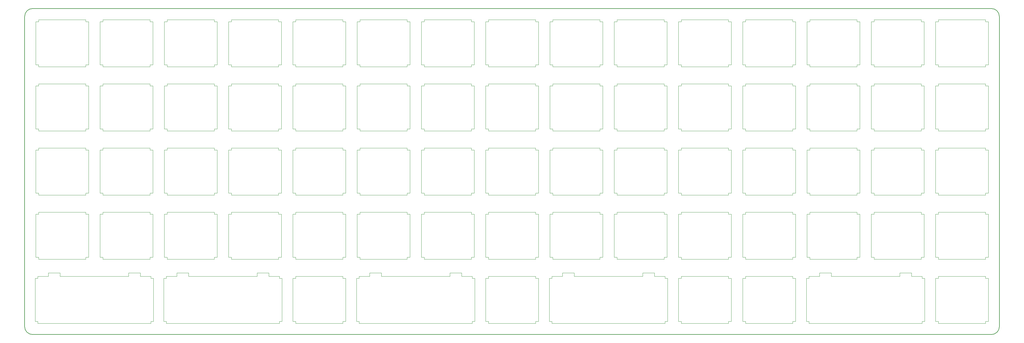
<source format=gm1>
G04 #@! TF.GenerationSoftware,KiCad,Pcbnew,(5.1.6)-1*
G04 #@! TF.CreationDate,2020-07-06T08:42:54-04:00*
G04 #@! TF.ProjectId,ki75rt_PlateSwitch,6b693735-7274-45f5-906c-617465537769,rev?*
G04 #@! TF.SameCoordinates,Original*
G04 #@! TF.FileFunction,Profile,NP*
%FSLAX46Y46*%
G04 Gerber Fmt 4.6, Leading zero omitted, Abs format (unit mm)*
G04 Created by KiCad (PCBNEW (5.1.6)-1) date 2020-07-06 08:42:54*
%MOMM*%
%LPD*%
G01*
G04 APERTURE LIST*
G04 #@! TA.AperFunction,Profile*
%ADD10C,0.150000*%
G04 #@! TD*
G04 #@! TA.AperFunction,Profile*
%ADD11C,0.100000*%
G04 #@! TD*
G04 APERTURE END LIST*
D10*
X313531250Y-27781250D02*
X29368750Y-27781250D01*
X315912500Y-122237500D02*
X315912500Y-30162500D01*
X29368750Y-124618750D02*
X313531250Y-124618750D01*
X26987500Y-30162500D02*
X26987500Y-122237500D01*
X26987500Y-122237500D02*
G75*
G03*
X29368750Y-124618750I2381250J0D01*
G01*
X313531250Y-124618750D02*
G75*
G03*
X315912500Y-122237500I0J2381250D01*
G01*
X315912500Y-30162500D02*
G75*
G03*
X313531250Y-27781250I-2381250J0D01*
G01*
X29368750Y-27781250D02*
G75*
G03*
X26987500Y-30162500I0J-2381250D01*
G01*
D11*
X64375000Y-107300000D02*
X61224492Y-107300000D01*
X61224492Y-107300000D02*
X61224492Y-106300001D01*
X61224492Y-106300001D02*
X57824492Y-106300001D01*
X57824492Y-106300001D02*
X57824492Y-107300000D01*
X57824492Y-107300000D02*
X37425508Y-107300000D01*
X37425508Y-107300000D02*
X37425508Y-106300001D01*
X37425508Y-106300001D02*
X34025508Y-106300001D01*
X34025508Y-106300001D02*
X34025508Y-107300000D01*
X34025508Y-107300000D02*
X30875000Y-107300000D01*
X30875000Y-107300000D02*
X30875000Y-107900001D01*
X30875000Y-107900001D02*
X30075000Y-107900001D01*
X30075000Y-107900001D02*
X30075000Y-120699999D01*
X30075000Y-120699999D02*
X30875000Y-120699999D01*
X30875000Y-120699999D02*
X30875000Y-121300000D01*
X30875000Y-121300000D02*
X64374999Y-121300000D01*
X64374999Y-121300000D02*
X64375000Y-120699999D01*
X64375000Y-120699999D02*
X65175000Y-120699999D01*
X65175000Y-120699999D02*
X65175000Y-107900001D01*
X65175000Y-107900001D02*
X64375000Y-107900001D01*
X64375000Y-107900001D02*
X64375000Y-107300000D01*
X159625000Y-107300000D02*
X156474492Y-107300000D01*
X156474492Y-107300000D02*
X156474492Y-106300001D01*
X156474492Y-106300001D02*
X153074492Y-106300001D01*
X153074492Y-106300001D02*
X153074492Y-107300000D01*
X153074492Y-107300000D02*
X132675508Y-107300000D01*
X132675508Y-107300000D02*
X132675508Y-106300001D01*
X132675508Y-106300001D02*
X129275508Y-106300001D01*
X129275508Y-106300001D02*
X129275508Y-107300000D01*
X129275508Y-107300000D02*
X126125000Y-107300000D01*
X126125000Y-107300000D02*
X126125000Y-107900001D01*
X126125000Y-107900001D02*
X125325000Y-107900001D01*
X125325000Y-107900001D02*
X125325000Y-120699999D01*
X125325000Y-120699999D02*
X126125000Y-120699999D01*
X126125000Y-120699999D02*
X126125000Y-121300000D01*
X126125000Y-121300000D02*
X159624999Y-121300000D01*
X159624999Y-121300000D02*
X159625000Y-120699999D01*
X159625000Y-120699999D02*
X160425000Y-120699999D01*
X160425000Y-120699999D02*
X160425000Y-107900001D01*
X160425000Y-107900001D02*
X159625000Y-107900001D01*
X159625000Y-107900001D02*
X159625000Y-107300000D01*
X102475000Y-107300000D02*
X99324492Y-107300000D01*
X99324492Y-107300000D02*
X99324492Y-106300001D01*
X99324492Y-106300001D02*
X95924492Y-106300001D01*
X95924492Y-106300001D02*
X95924492Y-107300000D01*
X95924492Y-107300000D02*
X75525508Y-107300000D01*
X75525508Y-107300000D02*
X75525508Y-106300001D01*
X75525508Y-106300001D02*
X72125508Y-106300001D01*
X72125508Y-106300001D02*
X72125508Y-107300000D01*
X72125508Y-107300000D02*
X68975000Y-107300000D01*
X68975000Y-107300000D02*
X68975000Y-107900001D01*
X68975000Y-107900001D02*
X68175000Y-107900001D01*
X68175000Y-107900001D02*
X68175000Y-120699999D01*
X68175000Y-120699999D02*
X68975000Y-120699999D01*
X68975000Y-120699999D02*
X68975000Y-121300000D01*
X68975000Y-121300000D02*
X102474999Y-121300000D01*
X102474999Y-121300000D02*
X102475000Y-120699999D01*
X102475000Y-120699999D02*
X103275000Y-120699999D01*
X103275000Y-120699999D02*
X103275000Y-107900001D01*
X103275000Y-107900001D02*
X102475000Y-107900001D01*
X102475000Y-107900001D02*
X102475000Y-107300000D01*
X292975000Y-107300000D02*
X289824492Y-107300000D01*
X289824492Y-107300000D02*
X289824492Y-106300001D01*
X289824492Y-106300001D02*
X286424492Y-106300001D01*
X286424492Y-106300001D02*
X286424492Y-107300000D01*
X286424492Y-107300000D02*
X266025508Y-107300000D01*
X266025508Y-107300000D02*
X266025508Y-106300001D01*
X266025508Y-106300001D02*
X262625508Y-106300001D01*
X262625508Y-106300001D02*
X262625508Y-107300000D01*
X262625508Y-107300000D02*
X259475000Y-107300000D01*
X259475000Y-107300000D02*
X259475000Y-107900001D01*
X259475000Y-107900001D02*
X258675000Y-107900001D01*
X258675000Y-107900001D02*
X258675000Y-120699999D01*
X258675000Y-120699999D02*
X259475000Y-120699999D01*
X259475000Y-120699999D02*
X259475000Y-121300000D01*
X259475000Y-121300000D02*
X292974999Y-121300000D01*
X292974999Y-121300000D02*
X292975000Y-120699999D01*
X292975000Y-120699999D02*
X293775000Y-120699999D01*
X293775000Y-120699999D02*
X293775000Y-107900001D01*
X293775000Y-107900001D02*
X292975000Y-107900001D01*
X292975000Y-107900001D02*
X292975000Y-107300000D01*
X216775000Y-107300000D02*
X213624492Y-107300000D01*
X213624492Y-107300000D02*
X213624492Y-106300001D01*
X213624492Y-106300001D02*
X210224492Y-106300001D01*
X210224492Y-106300001D02*
X210224492Y-107300000D01*
X210224492Y-107300000D02*
X189825508Y-107300000D01*
X189825508Y-107300000D02*
X189825508Y-106300001D01*
X189825508Y-106300001D02*
X186425508Y-106300001D01*
X186425508Y-106300001D02*
X186425508Y-107300000D01*
X186425508Y-107300000D02*
X183275000Y-107300000D01*
X183275000Y-107300000D02*
X183275000Y-107900001D01*
X183275000Y-107900001D02*
X182475000Y-107900001D01*
X182475000Y-107900001D02*
X182475000Y-120699999D01*
X182475000Y-120699999D02*
X183275000Y-120699999D01*
X183275000Y-120699999D02*
X183275000Y-121300000D01*
X183275000Y-121300000D02*
X216774999Y-121300000D01*
X216774999Y-121300000D02*
X216775000Y-120699999D01*
X216775000Y-120699999D02*
X217575000Y-120699999D01*
X217575000Y-120699999D02*
X217575000Y-107900001D01*
X217575000Y-107900001D02*
X216775000Y-107900001D01*
X216775000Y-107900001D02*
X216775000Y-107300000D01*
X159399999Y-45100000D02*
X159399999Y-44499999D01*
X159399999Y-44499999D02*
X160199999Y-44499999D01*
X160199999Y-44499999D02*
X160199999Y-31700001D01*
X160199999Y-31700001D02*
X159399999Y-31700001D01*
X159399999Y-31700001D02*
X159399999Y-31100000D01*
X159399999Y-31100000D02*
X145400001Y-31100000D01*
X145400001Y-31100000D02*
X145400001Y-31700001D01*
X145400001Y-31700001D02*
X144600000Y-31700001D01*
X144600000Y-31700001D02*
X144600000Y-44499999D01*
X144600000Y-44499999D02*
X145400001Y-44499999D01*
X145400001Y-44499999D02*
X145400001Y-45100000D01*
X145400001Y-45100000D02*
X159399999Y-45100000D01*
X83199999Y-45100000D02*
X83199999Y-44499999D01*
X83199999Y-44499999D02*
X83999999Y-44499999D01*
X83999999Y-44499999D02*
X83999999Y-31700001D01*
X83999999Y-31700001D02*
X83199999Y-31700001D01*
X83199999Y-31700001D02*
X83199999Y-31100000D01*
X83199999Y-31100000D02*
X69200001Y-31100000D01*
X69200001Y-31100000D02*
X69200001Y-31700001D01*
X69200001Y-31700001D02*
X68400000Y-31700001D01*
X68400000Y-31700001D02*
X68400000Y-44499999D01*
X68400000Y-44499999D02*
X69200001Y-44499999D01*
X69200001Y-44499999D02*
X69200001Y-45100000D01*
X69200001Y-45100000D02*
X83199999Y-45100000D01*
X45099999Y-45100000D02*
X45099999Y-44499999D01*
X45099999Y-44499999D02*
X45899999Y-44499999D01*
X45899999Y-44499999D02*
X45899999Y-31700001D01*
X45899999Y-31700001D02*
X45099999Y-31700001D01*
X45099999Y-31700001D02*
X45099999Y-31100000D01*
X45099999Y-31100000D02*
X31100001Y-31100000D01*
X31100001Y-31100000D02*
X31100001Y-31700001D01*
X31100001Y-31700001D02*
X30300000Y-31700001D01*
X30300000Y-31700001D02*
X30300000Y-44499999D01*
X30300000Y-44499999D02*
X31100001Y-44499999D01*
X31100001Y-44499999D02*
X31100001Y-45100000D01*
X31100001Y-45100000D02*
X45099999Y-45100000D01*
X121299999Y-45100000D02*
X121299999Y-44499999D01*
X121299999Y-44499999D02*
X122099999Y-44499999D01*
X122099999Y-44499999D02*
X122099999Y-31700001D01*
X122099999Y-31700001D02*
X121299999Y-31700001D01*
X121299999Y-31700001D02*
X121299999Y-31100000D01*
X121299999Y-31100000D02*
X107300001Y-31100000D01*
X107300001Y-31100000D02*
X107300001Y-31700001D01*
X107300001Y-31700001D02*
X106500000Y-31700001D01*
X106500000Y-31700001D02*
X106500000Y-44499999D01*
X106500000Y-44499999D02*
X107300001Y-44499999D01*
X107300001Y-44499999D02*
X107300001Y-45100000D01*
X107300001Y-45100000D02*
X121299999Y-45100000D01*
X178449999Y-45100000D02*
X178449999Y-44499999D01*
X178449999Y-44499999D02*
X179249999Y-44499999D01*
X179249999Y-44499999D02*
X179249999Y-31700001D01*
X179249999Y-31700001D02*
X178449999Y-31700001D01*
X178449999Y-31700001D02*
X178449999Y-31100000D01*
X178449999Y-31100000D02*
X164450001Y-31100000D01*
X164450001Y-31100000D02*
X164450001Y-31700001D01*
X164450001Y-31700001D02*
X163650000Y-31700001D01*
X163650000Y-31700001D02*
X163650000Y-44499999D01*
X163650000Y-44499999D02*
X164450001Y-44499999D01*
X164450001Y-44499999D02*
X164450001Y-45100000D01*
X164450001Y-45100000D02*
X178449999Y-45100000D01*
X197499999Y-45100000D02*
X197499999Y-44499999D01*
X197499999Y-44499999D02*
X198299999Y-44499999D01*
X198299999Y-44499999D02*
X198299999Y-31700001D01*
X198299999Y-31700001D02*
X197499999Y-31700001D01*
X197499999Y-31700001D02*
X197499999Y-31100000D01*
X197499999Y-31100000D02*
X183500001Y-31100000D01*
X183500001Y-31100000D02*
X183500001Y-31700001D01*
X183500001Y-31700001D02*
X182700000Y-31700001D01*
X182700000Y-31700001D02*
X182700000Y-44499999D01*
X182700000Y-44499999D02*
X183500001Y-44499999D01*
X183500001Y-44499999D02*
X183500001Y-45100000D01*
X183500001Y-45100000D02*
X197499999Y-45100000D01*
X216549999Y-45100000D02*
X216549999Y-44499999D01*
X216549999Y-44499999D02*
X217349999Y-44499999D01*
X217349999Y-44499999D02*
X217349999Y-31700001D01*
X217349999Y-31700001D02*
X216549999Y-31700001D01*
X216549999Y-31700001D02*
X216549999Y-31100000D01*
X216549999Y-31100000D02*
X202550001Y-31100000D01*
X202550001Y-31100000D02*
X202550001Y-31700001D01*
X202550001Y-31700001D02*
X201750000Y-31700001D01*
X201750000Y-31700001D02*
X201750000Y-44499999D01*
X201750000Y-44499999D02*
X202550001Y-44499999D01*
X202550001Y-44499999D02*
X202550001Y-45100000D01*
X202550001Y-45100000D02*
X216549999Y-45100000D01*
X235599999Y-45100000D02*
X235599999Y-44499999D01*
X235599999Y-44499999D02*
X236399999Y-44499999D01*
X236399999Y-44499999D02*
X236399999Y-31700001D01*
X236399999Y-31700001D02*
X235599999Y-31700001D01*
X235599999Y-31700001D02*
X235599999Y-31100000D01*
X235599999Y-31100000D02*
X221600001Y-31100000D01*
X221600001Y-31100000D02*
X221600001Y-31700001D01*
X221600001Y-31700001D02*
X220800000Y-31700001D01*
X220800000Y-31700001D02*
X220800000Y-44499999D01*
X220800000Y-44499999D02*
X221600001Y-44499999D01*
X221600001Y-44499999D02*
X221600001Y-45100000D01*
X221600001Y-45100000D02*
X235599999Y-45100000D01*
X311799999Y-45100000D02*
X311799999Y-44499999D01*
X311799999Y-44499999D02*
X312599999Y-44499999D01*
X312599999Y-44499999D02*
X312599999Y-31700001D01*
X312599999Y-31700001D02*
X311799999Y-31700001D01*
X311799999Y-31700001D02*
X311799999Y-31100000D01*
X311799999Y-31100000D02*
X297800001Y-31100000D01*
X297800001Y-31100000D02*
X297800001Y-31700001D01*
X297800001Y-31700001D02*
X297000000Y-31700001D01*
X297000000Y-31700001D02*
X297000000Y-44499999D01*
X297000000Y-44499999D02*
X297800001Y-44499999D01*
X297800001Y-44499999D02*
X297800001Y-45100000D01*
X297800001Y-45100000D02*
X311799999Y-45100000D01*
X292749999Y-45100000D02*
X292749999Y-44499999D01*
X292749999Y-44499999D02*
X293549999Y-44499999D01*
X293549999Y-44499999D02*
X293549999Y-31700001D01*
X293549999Y-31700001D02*
X292749999Y-31700001D01*
X292749999Y-31700001D02*
X292749999Y-31100000D01*
X292749999Y-31100000D02*
X278750001Y-31100000D01*
X278750001Y-31100000D02*
X278750001Y-31700001D01*
X278750001Y-31700001D02*
X277950000Y-31700001D01*
X277950000Y-31700001D02*
X277950000Y-44499999D01*
X277950000Y-44499999D02*
X278750001Y-44499999D01*
X278750001Y-44499999D02*
X278750001Y-45100000D01*
X278750001Y-45100000D02*
X292749999Y-45100000D01*
X273699999Y-45100000D02*
X273699999Y-44499999D01*
X273699999Y-44499999D02*
X274499999Y-44499999D01*
X274499999Y-44499999D02*
X274499999Y-31700001D01*
X274499999Y-31700001D02*
X273699999Y-31700001D01*
X273699999Y-31700001D02*
X273699999Y-31100000D01*
X273699999Y-31100000D02*
X259700001Y-31100000D01*
X259700001Y-31100000D02*
X259700001Y-31700001D01*
X259700001Y-31700001D02*
X258900000Y-31700001D01*
X258900000Y-31700001D02*
X258900000Y-44499999D01*
X258900000Y-44499999D02*
X259700001Y-44499999D01*
X259700001Y-44499999D02*
X259700001Y-45100000D01*
X259700001Y-45100000D02*
X273699999Y-45100000D01*
X254649999Y-45100000D02*
X254649999Y-44499999D01*
X254649999Y-44499999D02*
X255449999Y-44499999D01*
X255449999Y-44499999D02*
X255449999Y-31700001D01*
X255449999Y-31700001D02*
X254649999Y-31700001D01*
X254649999Y-31700001D02*
X254649999Y-31100000D01*
X254649999Y-31100000D02*
X240650001Y-31100000D01*
X240650001Y-31100000D02*
X240650001Y-31700001D01*
X240650001Y-31700001D02*
X239850000Y-31700001D01*
X239850000Y-31700001D02*
X239850000Y-44499999D01*
X239850000Y-44499999D02*
X240650001Y-44499999D01*
X240650001Y-44499999D02*
X240650001Y-45100000D01*
X240650001Y-45100000D02*
X254649999Y-45100000D01*
X140349999Y-45100000D02*
X140349999Y-44499999D01*
X140349999Y-44499999D02*
X141149999Y-44499999D01*
X141149999Y-44499999D02*
X141149999Y-31700001D01*
X141149999Y-31700001D02*
X140349999Y-31700001D01*
X140349999Y-31700001D02*
X140349999Y-31100000D01*
X140349999Y-31100000D02*
X126350001Y-31100000D01*
X126350001Y-31100000D02*
X126350001Y-31700001D01*
X126350001Y-31700001D02*
X125550000Y-31700001D01*
X125550000Y-31700001D02*
X125550000Y-44499999D01*
X125550000Y-44499999D02*
X126350001Y-44499999D01*
X126350001Y-44499999D02*
X126350001Y-45100000D01*
X126350001Y-45100000D02*
X140349999Y-45100000D01*
X102249999Y-45100000D02*
X102249999Y-44499999D01*
X102249999Y-44499999D02*
X103049999Y-44499999D01*
X103049999Y-44499999D02*
X103049999Y-31700001D01*
X103049999Y-31700001D02*
X102249999Y-31700001D01*
X102249999Y-31700001D02*
X102249999Y-31100000D01*
X102249999Y-31100000D02*
X88250001Y-31100000D01*
X88250001Y-31100000D02*
X88250001Y-31700001D01*
X88250001Y-31700001D02*
X87450000Y-31700001D01*
X87450000Y-31700001D02*
X87450000Y-44499999D01*
X87450000Y-44499999D02*
X88250001Y-44499999D01*
X88250001Y-44499999D02*
X88250001Y-45100000D01*
X88250001Y-45100000D02*
X102249999Y-45100000D01*
X64149999Y-45100000D02*
X64149999Y-44499999D01*
X64149999Y-44499999D02*
X64949999Y-44499999D01*
X64949999Y-44499999D02*
X64949999Y-31700001D01*
X64949999Y-31700001D02*
X64149999Y-31700001D01*
X64149999Y-31700001D02*
X64149999Y-31100000D01*
X64149999Y-31100000D02*
X50150001Y-31100000D01*
X50150001Y-31100000D02*
X50150001Y-31700001D01*
X50150001Y-31700001D02*
X49350000Y-31700001D01*
X49350000Y-31700001D02*
X49350000Y-44499999D01*
X49350000Y-44499999D02*
X50150001Y-44499999D01*
X50150001Y-44499999D02*
X50150001Y-45100000D01*
X50150001Y-45100000D02*
X64149999Y-45100000D01*
X197499999Y-64150000D02*
X197499999Y-63549999D01*
X197499999Y-63549999D02*
X198299999Y-63549999D01*
X198299999Y-63549999D02*
X198299999Y-50750001D01*
X198299999Y-50750001D02*
X197499999Y-50750001D01*
X197499999Y-50750001D02*
X197499999Y-50150000D01*
X197499999Y-50150000D02*
X183500001Y-50150000D01*
X183500001Y-50150000D02*
X183500001Y-50750001D01*
X183500001Y-50750001D02*
X182700000Y-50750001D01*
X182700000Y-50750001D02*
X182700000Y-63549999D01*
X182700000Y-63549999D02*
X183500001Y-63549999D01*
X183500001Y-63549999D02*
X183500001Y-64150000D01*
X183500001Y-64150000D02*
X197499999Y-64150000D01*
X140349999Y-64150000D02*
X140349999Y-63549999D01*
X140349999Y-63549999D02*
X141149999Y-63549999D01*
X141149999Y-63549999D02*
X141149999Y-50750001D01*
X141149999Y-50750001D02*
X140349999Y-50750001D01*
X140349999Y-50750001D02*
X140349999Y-50150000D01*
X140349999Y-50150000D02*
X126350001Y-50150000D01*
X126350001Y-50150000D02*
X126350001Y-50750001D01*
X126350001Y-50750001D02*
X125550000Y-50750001D01*
X125550000Y-50750001D02*
X125550000Y-63549999D01*
X125550000Y-63549999D02*
X126350001Y-63549999D01*
X126350001Y-63549999D02*
X126350001Y-64150000D01*
X126350001Y-64150000D02*
X140349999Y-64150000D01*
X159399999Y-64150000D02*
X159399999Y-63549999D01*
X159399999Y-63549999D02*
X160199999Y-63549999D01*
X160199999Y-63549999D02*
X160199999Y-50750001D01*
X160199999Y-50750001D02*
X159399999Y-50750001D01*
X159399999Y-50750001D02*
X159399999Y-50150000D01*
X159399999Y-50150000D02*
X145400001Y-50150000D01*
X145400001Y-50150000D02*
X145400001Y-50750001D01*
X145400001Y-50750001D02*
X144600000Y-50750001D01*
X144600000Y-50750001D02*
X144600000Y-63549999D01*
X144600000Y-63549999D02*
X145400001Y-63549999D01*
X145400001Y-63549999D02*
X145400001Y-64150000D01*
X145400001Y-64150000D02*
X159399999Y-64150000D01*
X178449999Y-64150000D02*
X178449999Y-63549999D01*
X178449999Y-63549999D02*
X179249999Y-63549999D01*
X179249999Y-63549999D02*
X179249999Y-50750001D01*
X179249999Y-50750001D02*
X178449999Y-50750001D01*
X178449999Y-50750001D02*
X178449999Y-50150000D01*
X178449999Y-50150000D02*
X164450001Y-50150000D01*
X164450001Y-50150000D02*
X164450001Y-50750001D01*
X164450001Y-50750001D02*
X163650000Y-50750001D01*
X163650000Y-50750001D02*
X163650000Y-63549999D01*
X163650000Y-63549999D02*
X164450001Y-63549999D01*
X164450001Y-63549999D02*
X164450001Y-64150000D01*
X164450001Y-64150000D02*
X178449999Y-64150000D01*
X216549999Y-64150000D02*
X216549999Y-63549999D01*
X216549999Y-63549999D02*
X217349999Y-63549999D01*
X217349999Y-63549999D02*
X217349999Y-50750001D01*
X217349999Y-50750001D02*
X216549999Y-50750001D01*
X216549999Y-50750001D02*
X216549999Y-50150000D01*
X216549999Y-50150000D02*
X202550001Y-50150000D01*
X202550001Y-50150000D02*
X202550001Y-50750001D01*
X202550001Y-50750001D02*
X201750000Y-50750001D01*
X201750000Y-50750001D02*
X201750000Y-63549999D01*
X201750000Y-63549999D02*
X202550001Y-63549999D01*
X202550001Y-63549999D02*
X202550001Y-64150000D01*
X202550001Y-64150000D02*
X216549999Y-64150000D01*
X64149999Y-64150000D02*
X64149999Y-63549999D01*
X64149999Y-63549999D02*
X64949999Y-63549999D01*
X64949999Y-63549999D02*
X64949999Y-50750001D01*
X64949999Y-50750001D02*
X64149999Y-50750001D01*
X64149999Y-50750001D02*
X64149999Y-50150000D01*
X64149999Y-50150000D02*
X50150001Y-50150000D01*
X50150001Y-50150000D02*
X50150001Y-50750001D01*
X50150001Y-50750001D02*
X49350000Y-50750001D01*
X49350000Y-50750001D02*
X49350000Y-63549999D01*
X49350000Y-63549999D02*
X50150001Y-63549999D01*
X50150001Y-63549999D02*
X50150001Y-64150000D01*
X50150001Y-64150000D02*
X64149999Y-64150000D01*
X121299999Y-64150000D02*
X121299999Y-63549999D01*
X121299999Y-63549999D02*
X122099999Y-63549999D01*
X122099999Y-63549999D02*
X122099999Y-50750001D01*
X122099999Y-50750001D02*
X121299999Y-50750001D01*
X121299999Y-50750001D02*
X121299999Y-50150000D01*
X121299999Y-50150000D02*
X107300001Y-50150000D01*
X107300001Y-50150000D02*
X107300001Y-50750001D01*
X107300001Y-50750001D02*
X106500000Y-50750001D01*
X106500000Y-50750001D02*
X106500000Y-63549999D01*
X106500000Y-63549999D02*
X107300001Y-63549999D01*
X107300001Y-63549999D02*
X107300001Y-64150000D01*
X107300001Y-64150000D02*
X121299999Y-64150000D01*
X102249999Y-64150000D02*
X102249999Y-63549999D01*
X102249999Y-63549999D02*
X103049999Y-63549999D01*
X103049999Y-63549999D02*
X103049999Y-50750001D01*
X103049999Y-50750001D02*
X102249999Y-50750001D01*
X102249999Y-50750001D02*
X102249999Y-50150000D01*
X102249999Y-50150000D02*
X88250001Y-50150000D01*
X88250001Y-50150000D02*
X88250001Y-50750001D01*
X88250001Y-50750001D02*
X87450000Y-50750001D01*
X87450000Y-50750001D02*
X87450000Y-63549999D01*
X87450000Y-63549999D02*
X88250001Y-63549999D01*
X88250001Y-63549999D02*
X88250001Y-64150000D01*
X88250001Y-64150000D02*
X102249999Y-64150000D01*
X254649999Y-64150000D02*
X254649999Y-63549999D01*
X254649999Y-63549999D02*
X255449999Y-63549999D01*
X255449999Y-63549999D02*
X255449999Y-50750001D01*
X255449999Y-50750001D02*
X254649999Y-50750001D01*
X254649999Y-50750001D02*
X254649999Y-50150000D01*
X254649999Y-50150000D02*
X240650001Y-50150000D01*
X240650001Y-50150000D02*
X240650001Y-50750001D01*
X240650001Y-50750001D02*
X239850000Y-50750001D01*
X239850000Y-50750001D02*
X239850000Y-63549999D01*
X239850000Y-63549999D02*
X240650001Y-63549999D01*
X240650001Y-63549999D02*
X240650001Y-64150000D01*
X240650001Y-64150000D02*
X254649999Y-64150000D01*
X311799999Y-64150000D02*
X311799999Y-63549999D01*
X311799999Y-63549999D02*
X312599999Y-63549999D01*
X312599999Y-63549999D02*
X312599999Y-50750001D01*
X312599999Y-50750001D02*
X311799999Y-50750001D01*
X311799999Y-50750001D02*
X311799999Y-50150000D01*
X311799999Y-50150000D02*
X297800001Y-50150000D01*
X297800001Y-50150000D02*
X297800001Y-50750001D01*
X297800001Y-50750001D02*
X297000000Y-50750001D01*
X297000000Y-50750001D02*
X297000000Y-63549999D01*
X297000000Y-63549999D02*
X297800001Y-63549999D01*
X297800001Y-63549999D02*
X297800001Y-64150000D01*
X297800001Y-64150000D02*
X311799999Y-64150000D01*
X273699999Y-64150000D02*
X273699999Y-63549999D01*
X273699999Y-63549999D02*
X274499999Y-63549999D01*
X274499999Y-63549999D02*
X274499999Y-50750001D01*
X274499999Y-50750001D02*
X273699999Y-50750001D01*
X273699999Y-50750001D02*
X273699999Y-50150000D01*
X273699999Y-50150000D02*
X259700001Y-50150000D01*
X259700001Y-50150000D02*
X259700001Y-50750001D01*
X259700001Y-50750001D02*
X258900000Y-50750001D01*
X258900000Y-50750001D02*
X258900000Y-63549999D01*
X258900000Y-63549999D02*
X259700001Y-63549999D01*
X259700001Y-63549999D02*
X259700001Y-64150000D01*
X259700001Y-64150000D02*
X273699999Y-64150000D01*
X83199999Y-64150000D02*
X83199999Y-63549999D01*
X83199999Y-63549999D02*
X83999999Y-63549999D01*
X83999999Y-63549999D02*
X83999999Y-50750001D01*
X83999999Y-50750001D02*
X83199999Y-50750001D01*
X83199999Y-50750001D02*
X83199999Y-50150000D01*
X83199999Y-50150000D02*
X69200001Y-50150000D01*
X69200001Y-50150000D02*
X69200001Y-50750001D01*
X69200001Y-50750001D02*
X68400000Y-50750001D01*
X68400000Y-50750001D02*
X68400000Y-63549999D01*
X68400000Y-63549999D02*
X69200001Y-63549999D01*
X69200001Y-63549999D02*
X69200001Y-64150000D01*
X69200001Y-64150000D02*
X83199999Y-64150000D01*
X45099999Y-64150000D02*
X45099999Y-63549999D01*
X45099999Y-63549999D02*
X45899999Y-63549999D01*
X45899999Y-63549999D02*
X45899999Y-50750001D01*
X45899999Y-50750001D02*
X45099999Y-50750001D01*
X45099999Y-50750001D02*
X45099999Y-50150000D01*
X45099999Y-50150000D02*
X31100001Y-50150000D01*
X31100001Y-50150000D02*
X31100001Y-50750001D01*
X31100001Y-50750001D02*
X30300000Y-50750001D01*
X30300000Y-50750001D02*
X30300000Y-63549999D01*
X30300000Y-63549999D02*
X31100001Y-63549999D01*
X31100001Y-63549999D02*
X31100001Y-64150000D01*
X31100001Y-64150000D02*
X45099999Y-64150000D01*
X235599999Y-64150000D02*
X235599999Y-63549999D01*
X235599999Y-63549999D02*
X236399999Y-63549999D01*
X236399999Y-63549999D02*
X236399999Y-50750001D01*
X236399999Y-50750001D02*
X235599999Y-50750001D01*
X235599999Y-50750001D02*
X235599999Y-50150000D01*
X235599999Y-50150000D02*
X221600001Y-50150000D01*
X221600001Y-50150000D02*
X221600001Y-50750001D01*
X221600001Y-50750001D02*
X220800000Y-50750001D01*
X220800000Y-50750001D02*
X220800000Y-63549999D01*
X220800000Y-63549999D02*
X221600001Y-63549999D01*
X221600001Y-63549999D02*
X221600001Y-64150000D01*
X221600001Y-64150000D02*
X235599999Y-64150000D01*
X292749999Y-64150000D02*
X292749999Y-63549999D01*
X292749999Y-63549999D02*
X293549999Y-63549999D01*
X293549999Y-63549999D02*
X293549999Y-50750001D01*
X293549999Y-50750001D02*
X292749999Y-50750001D01*
X292749999Y-50750001D02*
X292749999Y-50150000D01*
X292749999Y-50150000D02*
X278750001Y-50150000D01*
X278750001Y-50150000D02*
X278750001Y-50750001D01*
X278750001Y-50750001D02*
X277950000Y-50750001D01*
X277950000Y-50750001D02*
X277950000Y-63549999D01*
X277950000Y-63549999D02*
X278750001Y-63549999D01*
X278750001Y-63549999D02*
X278750001Y-64150000D01*
X278750001Y-64150000D02*
X292749999Y-64150000D01*
X83199999Y-83200000D02*
X83199999Y-82599999D01*
X83199999Y-82599999D02*
X83999999Y-82599999D01*
X83999999Y-82599999D02*
X83999999Y-69800001D01*
X83999999Y-69800001D02*
X83199999Y-69800001D01*
X83199999Y-69800001D02*
X83199999Y-69200000D01*
X83199999Y-69200000D02*
X69200001Y-69200000D01*
X69200001Y-69200000D02*
X69200001Y-69800001D01*
X69200001Y-69800001D02*
X68400000Y-69800001D01*
X68400000Y-69800001D02*
X68400000Y-82599999D01*
X68400000Y-82599999D02*
X69200001Y-82599999D01*
X69200001Y-82599999D02*
X69200001Y-83200000D01*
X69200001Y-83200000D02*
X83199999Y-83200000D01*
X121299999Y-83200000D02*
X121299999Y-82599999D01*
X121299999Y-82599999D02*
X122099999Y-82599999D01*
X122099999Y-82599999D02*
X122099999Y-69800001D01*
X122099999Y-69800001D02*
X121299999Y-69800001D01*
X121299999Y-69800001D02*
X121299999Y-69200000D01*
X121299999Y-69200000D02*
X107300001Y-69200000D01*
X107300001Y-69200000D02*
X107300001Y-69800001D01*
X107300001Y-69800001D02*
X106500000Y-69800001D01*
X106500000Y-69800001D02*
X106500000Y-82599999D01*
X106500000Y-82599999D02*
X107300001Y-82599999D01*
X107300001Y-82599999D02*
X107300001Y-83200000D01*
X107300001Y-83200000D02*
X121299999Y-83200000D01*
X45099999Y-83200000D02*
X45099999Y-82599999D01*
X45099999Y-82599999D02*
X45899999Y-82599999D01*
X45899999Y-82599999D02*
X45899999Y-69800001D01*
X45899999Y-69800001D02*
X45099999Y-69800001D01*
X45099999Y-69800001D02*
X45099999Y-69200000D01*
X45099999Y-69200000D02*
X31100001Y-69200000D01*
X31100001Y-69200000D02*
X31100001Y-69800001D01*
X31100001Y-69800001D02*
X30300000Y-69800001D01*
X30300000Y-69800001D02*
X30300000Y-82599999D01*
X30300000Y-82599999D02*
X31100001Y-82599999D01*
X31100001Y-82599999D02*
X31100001Y-83200000D01*
X31100001Y-83200000D02*
X45099999Y-83200000D01*
X64149999Y-83200000D02*
X64149999Y-82599999D01*
X64149999Y-82599999D02*
X64949999Y-82599999D01*
X64949999Y-82599999D02*
X64949999Y-69800001D01*
X64949999Y-69800001D02*
X64149999Y-69800001D01*
X64149999Y-69800001D02*
X64149999Y-69200000D01*
X64149999Y-69200000D02*
X50150001Y-69200000D01*
X50150001Y-69200000D02*
X50150001Y-69800001D01*
X50150001Y-69800001D02*
X49350000Y-69800001D01*
X49350000Y-69800001D02*
X49350000Y-82599999D01*
X49350000Y-82599999D02*
X50150001Y-82599999D01*
X50150001Y-82599999D02*
X50150001Y-83200000D01*
X50150001Y-83200000D02*
X64149999Y-83200000D01*
X159399999Y-83200000D02*
X159399999Y-82599999D01*
X159399999Y-82599999D02*
X160199999Y-82599999D01*
X160199999Y-82599999D02*
X160199999Y-69800001D01*
X160199999Y-69800001D02*
X159399999Y-69800001D01*
X159399999Y-69800001D02*
X159399999Y-69200000D01*
X159399999Y-69200000D02*
X145400001Y-69200000D01*
X145400001Y-69200000D02*
X145400001Y-69800001D01*
X145400001Y-69800001D02*
X144600000Y-69800001D01*
X144600000Y-69800001D02*
X144600000Y-82599999D01*
X144600000Y-82599999D02*
X145400001Y-82599999D01*
X145400001Y-82599999D02*
X145400001Y-83200000D01*
X145400001Y-83200000D02*
X159399999Y-83200000D01*
X197499999Y-83200000D02*
X197499999Y-82599999D01*
X197499999Y-82599999D02*
X198299999Y-82599999D01*
X198299999Y-82599999D02*
X198299999Y-69800001D01*
X198299999Y-69800001D02*
X197499999Y-69800001D01*
X197499999Y-69800001D02*
X197499999Y-69200000D01*
X197499999Y-69200000D02*
X183500001Y-69200000D01*
X183500001Y-69200000D02*
X183500001Y-69800001D01*
X183500001Y-69800001D02*
X182700000Y-69800001D01*
X182700000Y-69800001D02*
X182700000Y-82599999D01*
X182700000Y-82599999D02*
X183500001Y-82599999D01*
X183500001Y-82599999D02*
X183500001Y-83200000D01*
X183500001Y-83200000D02*
X197499999Y-83200000D01*
X140349999Y-83200000D02*
X140349999Y-82599999D01*
X140349999Y-82599999D02*
X141149999Y-82599999D01*
X141149999Y-82599999D02*
X141149999Y-69800001D01*
X141149999Y-69800001D02*
X140349999Y-69800001D01*
X140349999Y-69800001D02*
X140349999Y-69200000D01*
X140349999Y-69200000D02*
X126350001Y-69200000D01*
X126350001Y-69200000D02*
X126350001Y-69800001D01*
X126350001Y-69800001D02*
X125550000Y-69800001D01*
X125550000Y-69800001D02*
X125550000Y-82599999D01*
X125550000Y-82599999D02*
X126350001Y-82599999D01*
X126350001Y-82599999D02*
X126350001Y-83200000D01*
X126350001Y-83200000D02*
X140349999Y-83200000D01*
X178449999Y-83200000D02*
X178449999Y-82599999D01*
X178449999Y-82599999D02*
X179249999Y-82599999D01*
X179249999Y-82599999D02*
X179249999Y-69800001D01*
X179249999Y-69800001D02*
X178449999Y-69800001D01*
X178449999Y-69800001D02*
X178449999Y-69200000D01*
X178449999Y-69200000D02*
X164450001Y-69200000D01*
X164450001Y-69200000D02*
X164450001Y-69800001D01*
X164450001Y-69800001D02*
X163650000Y-69800001D01*
X163650000Y-69800001D02*
X163650000Y-82599999D01*
X163650000Y-82599999D02*
X164450001Y-82599999D01*
X164450001Y-82599999D02*
X164450001Y-83200000D01*
X164450001Y-83200000D02*
X178449999Y-83200000D01*
X216549999Y-83200000D02*
X216549999Y-82599999D01*
X216549999Y-82599999D02*
X217349999Y-82599999D01*
X217349999Y-82599999D02*
X217349999Y-69800001D01*
X217349999Y-69800001D02*
X216549999Y-69800001D01*
X216549999Y-69800001D02*
X216549999Y-69200000D01*
X216549999Y-69200000D02*
X202550001Y-69200000D01*
X202550001Y-69200000D02*
X202550001Y-69800001D01*
X202550001Y-69800001D02*
X201750000Y-69800001D01*
X201750000Y-69800001D02*
X201750000Y-82599999D01*
X201750000Y-82599999D02*
X202550001Y-82599999D01*
X202550001Y-82599999D02*
X202550001Y-83200000D01*
X202550001Y-83200000D02*
X216549999Y-83200000D01*
X292749999Y-83200000D02*
X292749999Y-82599999D01*
X292749999Y-82599999D02*
X293549999Y-82599999D01*
X293549999Y-82599999D02*
X293549999Y-69800001D01*
X293549999Y-69800001D02*
X292749999Y-69800001D01*
X292749999Y-69800001D02*
X292749999Y-69200000D01*
X292749999Y-69200000D02*
X278750001Y-69200000D01*
X278750001Y-69200000D02*
X278750001Y-69800001D01*
X278750001Y-69800001D02*
X277950000Y-69800001D01*
X277950000Y-69800001D02*
X277950000Y-82599999D01*
X277950000Y-82599999D02*
X278750001Y-82599999D01*
X278750001Y-82599999D02*
X278750001Y-83200000D01*
X278750001Y-83200000D02*
X292749999Y-83200000D01*
X273699999Y-83200000D02*
X273699999Y-82599999D01*
X273699999Y-82599999D02*
X274499999Y-82599999D01*
X274499999Y-82599999D02*
X274499999Y-69800001D01*
X274499999Y-69800001D02*
X273699999Y-69800001D01*
X273699999Y-69800001D02*
X273699999Y-69200000D01*
X273699999Y-69200000D02*
X259700001Y-69200000D01*
X259700001Y-69200000D02*
X259700001Y-69800001D01*
X259700001Y-69800001D02*
X258900000Y-69800001D01*
X258900000Y-69800001D02*
X258900000Y-82599999D01*
X258900000Y-82599999D02*
X259700001Y-82599999D01*
X259700001Y-82599999D02*
X259700001Y-83200000D01*
X259700001Y-83200000D02*
X273699999Y-83200000D01*
X235599999Y-83200000D02*
X235599999Y-82599999D01*
X235599999Y-82599999D02*
X236399999Y-82599999D01*
X236399999Y-82599999D02*
X236399999Y-69800001D01*
X236399999Y-69800001D02*
X235599999Y-69800001D01*
X235599999Y-69800001D02*
X235599999Y-69200000D01*
X235599999Y-69200000D02*
X221600001Y-69200000D01*
X221600001Y-69200000D02*
X221600001Y-69800001D01*
X221600001Y-69800001D02*
X220800000Y-69800001D01*
X220800000Y-69800001D02*
X220800000Y-82599999D01*
X220800000Y-82599999D02*
X221600001Y-82599999D01*
X221600001Y-82599999D02*
X221600001Y-83200000D01*
X221600001Y-83200000D02*
X235599999Y-83200000D01*
X311799999Y-83200000D02*
X311799999Y-82599999D01*
X311799999Y-82599999D02*
X312599999Y-82599999D01*
X312599999Y-82599999D02*
X312599999Y-69800001D01*
X312599999Y-69800001D02*
X311799999Y-69800001D01*
X311799999Y-69800001D02*
X311799999Y-69200000D01*
X311799999Y-69200000D02*
X297800001Y-69200000D01*
X297800001Y-69200000D02*
X297800001Y-69800001D01*
X297800001Y-69800001D02*
X297000000Y-69800001D01*
X297000000Y-69800001D02*
X297000000Y-82599999D01*
X297000000Y-82599999D02*
X297800001Y-82599999D01*
X297800001Y-82599999D02*
X297800001Y-83200000D01*
X297800001Y-83200000D02*
X311799999Y-83200000D01*
X254649999Y-83200000D02*
X254649999Y-82599999D01*
X254649999Y-82599999D02*
X255449999Y-82599999D01*
X255449999Y-82599999D02*
X255449999Y-69800001D01*
X255449999Y-69800001D02*
X254649999Y-69800001D01*
X254649999Y-69800001D02*
X254649999Y-69200000D01*
X254649999Y-69200000D02*
X240650001Y-69200000D01*
X240650001Y-69200000D02*
X240650001Y-69800001D01*
X240650001Y-69800001D02*
X239850000Y-69800001D01*
X239850000Y-69800001D02*
X239850000Y-82599999D01*
X239850000Y-82599999D02*
X240650001Y-82599999D01*
X240650001Y-82599999D02*
X240650001Y-83200000D01*
X240650001Y-83200000D02*
X254649999Y-83200000D01*
X102249999Y-83200000D02*
X102249999Y-82599999D01*
X102249999Y-82599999D02*
X103049999Y-82599999D01*
X103049999Y-82599999D02*
X103049999Y-69800001D01*
X103049999Y-69800001D02*
X102249999Y-69800001D01*
X102249999Y-69800001D02*
X102249999Y-69200000D01*
X102249999Y-69200000D02*
X88250001Y-69200000D01*
X88250001Y-69200000D02*
X88250001Y-69800001D01*
X88250001Y-69800001D02*
X87450000Y-69800001D01*
X87450000Y-69800001D02*
X87450000Y-82599999D01*
X87450000Y-82599999D02*
X88250001Y-82599999D01*
X88250001Y-82599999D02*
X88250001Y-83200000D01*
X88250001Y-83200000D02*
X102249999Y-83200000D01*
X102249999Y-102250000D02*
X102249999Y-101649999D01*
X102249999Y-101649999D02*
X103049999Y-101649999D01*
X103049999Y-101649999D02*
X103049999Y-88850001D01*
X103049999Y-88850001D02*
X102249999Y-88850001D01*
X102249999Y-88850001D02*
X102249999Y-88250000D01*
X102249999Y-88250000D02*
X88250001Y-88250000D01*
X88250001Y-88250000D02*
X88250001Y-88850001D01*
X88250001Y-88850001D02*
X87450000Y-88850001D01*
X87450000Y-88850001D02*
X87450000Y-101649999D01*
X87450000Y-101649999D02*
X88250001Y-101649999D01*
X88250001Y-101649999D02*
X88250001Y-102250000D01*
X88250001Y-102250000D02*
X102249999Y-102250000D01*
X45099999Y-102250000D02*
X45099999Y-101649999D01*
X45099999Y-101649999D02*
X45899999Y-101649999D01*
X45899999Y-101649999D02*
X45899999Y-88850001D01*
X45899999Y-88850001D02*
X45099999Y-88850001D01*
X45099999Y-88850001D02*
X45099999Y-88250000D01*
X45099999Y-88250000D02*
X31100001Y-88250000D01*
X31100001Y-88250000D02*
X31100001Y-88850001D01*
X31100001Y-88850001D02*
X30300000Y-88850001D01*
X30300000Y-88850001D02*
X30300000Y-101649999D01*
X30300000Y-101649999D02*
X31100001Y-101649999D01*
X31100001Y-101649999D02*
X31100001Y-102250000D01*
X31100001Y-102250000D02*
X45099999Y-102250000D01*
X64149999Y-102250000D02*
X64149999Y-101649999D01*
X64149999Y-101649999D02*
X64949999Y-101649999D01*
X64949999Y-101649999D02*
X64949999Y-88850001D01*
X64949999Y-88850001D02*
X64149999Y-88850001D01*
X64149999Y-88850001D02*
X64149999Y-88250000D01*
X64149999Y-88250000D02*
X50150001Y-88250000D01*
X50150001Y-88250000D02*
X50150001Y-88850001D01*
X50150001Y-88850001D02*
X49350000Y-88850001D01*
X49350000Y-88850001D02*
X49350000Y-101649999D01*
X49350000Y-101649999D02*
X50150001Y-101649999D01*
X50150001Y-101649999D02*
X50150001Y-102250000D01*
X50150001Y-102250000D02*
X64149999Y-102250000D01*
X83199999Y-102250000D02*
X83199999Y-101649999D01*
X83199999Y-101649999D02*
X83999999Y-101649999D01*
X83999999Y-101649999D02*
X83999999Y-88850001D01*
X83999999Y-88850001D02*
X83199999Y-88850001D01*
X83199999Y-88850001D02*
X83199999Y-88250000D01*
X83199999Y-88250000D02*
X69200001Y-88250000D01*
X69200001Y-88250000D02*
X69200001Y-88850001D01*
X69200001Y-88850001D02*
X68400000Y-88850001D01*
X68400000Y-88850001D02*
X68400000Y-101649999D01*
X68400000Y-101649999D02*
X69200001Y-101649999D01*
X69200001Y-101649999D02*
X69200001Y-102250000D01*
X69200001Y-102250000D02*
X83199999Y-102250000D01*
X197499999Y-102250000D02*
X197499999Y-101649999D01*
X197499999Y-101649999D02*
X198299999Y-101649999D01*
X198299999Y-101649999D02*
X198299999Y-88850001D01*
X198299999Y-88850001D02*
X197499999Y-88850001D01*
X197499999Y-88850001D02*
X197499999Y-88250000D01*
X197499999Y-88250000D02*
X183500001Y-88250000D01*
X183500001Y-88250000D02*
X183500001Y-88850001D01*
X183500001Y-88850001D02*
X182700000Y-88850001D01*
X182700000Y-88850001D02*
X182700000Y-101649999D01*
X182700000Y-101649999D02*
X183500001Y-101649999D01*
X183500001Y-101649999D02*
X183500001Y-102250000D01*
X183500001Y-102250000D02*
X197499999Y-102250000D01*
X216549999Y-102250000D02*
X216549999Y-101649999D01*
X216549999Y-101649999D02*
X217349999Y-101649999D01*
X217349999Y-101649999D02*
X217349999Y-88850001D01*
X217349999Y-88850001D02*
X216549999Y-88850001D01*
X216549999Y-88850001D02*
X216549999Y-88250000D01*
X216549999Y-88250000D02*
X202550001Y-88250000D01*
X202550001Y-88250000D02*
X202550001Y-88850001D01*
X202550001Y-88850001D02*
X201750000Y-88850001D01*
X201750000Y-88850001D02*
X201750000Y-101649999D01*
X201750000Y-101649999D02*
X202550001Y-101649999D01*
X202550001Y-101649999D02*
X202550001Y-102250000D01*
X202550001Y-102250000D02*
X216549999Y-102250000D01*
X159399999Y-102250000D02*
X159399999Y-101649999D01*
X159399999Y-101649999D02*
X160199999Y-101649999D01*
X160199999Y-101649999D02*
X160199999Y-88850001D01*
X160199999Y-88850001D02*
X159399999Y-88850001D01*
X159399999Y-88850001D02*
X159399999Y-88250000D01*
X159399999Y-88250000D02*
X145400001Y-88250000D01*
X145400001Y-88250000D02*
X145400001Y-88850001D01*
X145400001Y-88850001D02*
X144600000Y-88850001D01*
X144600000Y-88850001D02*
X144600000Y-101649999D01*
X144600000Y-101649999D02*
X145400001Y-101649999D01*
X145400001Y-101649999D02*
X145400001Y-102250000D01*
X145400001Y-102250000D02*
X159399999Y-102250000D01*
X178449999Y-102250000D02*
X178449999Y-101649999D01*
X178449999Y-101649999D02*
X179249999Y-101649999D01*
X179249999Y-101649999D02*
X179249999Y-88850001D01*
X179249999Y-88850001D02*
X178449999Y-88850001D01*
X178449999Y-88850001D02*
X178449999Y-88250000D01*
X178449999Y-88250000D02*
X164450001Y-88250000D01*
X164450001Y-88250000D02*
X164450001Y-88850001D01*
X164450001Y-88850001D02*
X163650000Y-88850001D01*
X163650000Y-88850001D02*
X163650000Y-101649999D01*
X163650000Y-101649999D02*
X164450001Y-101649999D01*
X164450001Y-101649999D02*
X164450001Y-102250000D01*
X164450001Y-102250000D02*
X178449999Y-102250000D01*
X121299999Y-102250000D02*
X121299999Y-101649999D01*
X121299999Y-101649999D02*
X122099999Y-101649999D01*
X122099999Y-101649999D02*
X122099999Y-88850001D01*
X122099999Y-88850001D02*
X121299999Y-88850001D01*
X121299999Y-88850001D02*
X121299999Y-88250000D01*
X121299999Y-88250000D02*
X107300001Y-88250000D01*
X107300001Y-88250000D02*
X107300001Y-88850001D01*
X107300001Y-88850001D02*
X106500000Y-88850001D01*
X106500000Y-88850001D02*
X106500000Y-101649999D01*
X106500000Y-101649999D02*
X107300001Y-101649999D01*
X107300001Y-101649999D02*
X107300001Y-102250000D01*
X107300001Y-102250000D02*
X121299999Y-102250000D01*
X140349999Y-102250000D02*
X140349999Y-101649999D01*
X140349999Y-101649999D02*
X141149999Y-101649999D01*
X141149999Y-101649999D02*
X141149999Y-88850001D01*
X141149999Y-88850001D02*
X140349999Y-88850001D01*
X140349999Y-88850001D02*
X140349999Y-88250000D01*
X140349999Y-88250000D02*
X126350001Y-88250000D01*
X126350001Y-88250000D02*
X126350001Y-88850001D01*
X126350001Y-88850001D02*
X125550000Y-88850001D01*
X125550000Y-88850001D02*
X125550000Y-101649999D01*
X125550000Y-101649999D02*
X126350001Y-101649999D01*
X126350001Y-101649999D02*
X126350001Y-102250000D01*
X126350001Y-102250000D02*
X140349999Y-102250000D01*
X311799999Y-102250000D02*
X311799999Y-101649999D01*
X311799999Y-101649999D02*
X312599999Y-101649999D01*
X312599999Y-101649999D02*
X312599999Y-88850001D01*
X312599999Y-88850001D02*
X311799999Y-88850001D01*
X311799999Y-88850001D02*
X311799999Y-88250000D01*
X311799999Y-88250000D02*
X297800001Y-88250000D01*
X297800001Y-88250000D02*
X297800001Y-88850001D01*
X297800001Y-88850001D02*
X297000000Y-88850001D01*
X297000000Y-88850001D02*
X297000000Y-101649999D01*
X297000000Y-101649999D02*
X297800001Y-101649999D01*
X297800001Y-101649999D02*
X297800001Y-102250000D01*
X297800001Y-102250000D02*
X311799999Y-102250000D01*
X292749999Y-102250000D02*
X292749999Y-101649999D01*
X292749999Y-101649999D02*
X293549999Y-101649999D01*
X293549999Y-101649999D02*
X293549999Y-88850001D01*
X293549999Y-88850001D02*
X292749999Y-88850001D01*
X292749999Y-88850001D02*
X292749999Y-88250000D01*
X292749999Y-88250000D02*
X278750001Y-88250000D01*
X278750001Y-88250000D02*
X278750001Y-88850001D01*
X278750001Y-88850001D02*
X277950000Y-88850001D01*
X277950000Y-88850001D02*
X277950000Y-101649999D01*
X277950000Y-101649999D02*
X278750001Y-101649999D01*
X278750001Y-101649999D02*
X278750001Y-102250000D01*
X278750001Y-102250000D02*
X292749999Y-102250000D01*
X273699999Y-102250000D02*
X273699999Y-101649999D01*
X273699999Y-101649999D02*
X274499999Y-101649999D01*
X274499999Y-101649999D02*
X274499999Y-88850001D01*
X274499999Y-88850001D02*
X273699999Y-88850001D01*
X273699999Y-88850001D02*
X273699999Y-88250000D01*
X273699999Y-88250000D02*
X259700001Y-88250000D01*
X259700001Y-88250000D02*
X259700001Y-88850001D01*
X259700001Y-88850001D02*
X258900000Y-88850001D01*
X258900000Y-88850001D02*
X258900000Y-101649999D01*
X258900000Y-101649999D02*
X259700001Y-101649999D01*
X259700001Y-101649999D02*
X259700001Y-102250000D01*
X259700001Y-102250000D02*
X273699999Y-102250000D01*
X254649999Y-102250000D02*
X254649999Y-101649999D01*
X254649999Y-101649999D02*
X255449999Y-101649999D01*
X255449999Y-101649999D02*
X255449999Y-88850001D01*
X255449999Y-88850001D02*
X254649999Y-88850001D01*
X254649999Y-88850001D02*
X254649999Y-88250000D01*
X254649999Y-88250000D02*
X240650001Y-88250000D01*
X240650001Y-88250000D02*
X240650001Y-88850001D01*
X240650001Y-88850001D02*
X239850000Y-88850001D01*
X239850000Y-88850001D02*
X239850000Y-101649999D01*
X239850000Y-101649999D02*
X240650001Y-101649999D01*
X240650001Y-101649999D02*
X240650001Y-102250000D01*
X240650001Y-102250000D02*
X254649999Y-102250000D01*
X235599999Y-102250000D02*
X235599999Y-101649999D01*
X235599999Y-101649999D02*
X236399999Y-101649999D01*
X236399999Y-101649999D02*
X236399999Y-88850001D01*
X236399999Y-88850001D02*
X235599999Y-88850001D01*
X235599999Y-88850001D02*
X235599999Y-88250000D01*
X235599999Y-88250000D02*
X221600001Y-88250000D01*
X221600001Y-88250000D02*
X221600001Y-88850001D01*
X221600001Y-88850001D02*
X220800000Y-88850001D01*
X220800000Y-88850001D02*
X220800000Y-101649999D01*
X220800000Y-101649999D02*
X221600001Y-101649999D01*
X221600001Y-101649999D02*
X221600001Y-102250000D01*
X221600001Y-102250000D02*
X235599999Y-102250000D01*
X121299999Y-121300000D02*
X121299999Y-120699999D01*
X121299999Y-120699999D02*
X122099999Y-120699999D01*
X122099999Y-120699999D02*
X122099999Y-107900001D01*
X122099999Y-107900001D02*
X121299999Y-107900001D01*
X121299999Y-107900001D02*
X121299999Y-107300000D01*
X121299999Y-107300000D02*
X107300001Y-107300000D01*
X107300001Y-107300000D02*
X107300001Y-107900001D01*
X107300001Y-107900001D02*
X106500000Y-107900001D01*
X106500000Y-107900001D02*
X106500000Y-120699999D01*
X106500000Y-120699999D02*
X107300001Y-120699999D01*
X107300001Y-120699999D02*
X107300001Y-121300000D01*
X107300001Y-121300000D02*
X121299999Y-121300000D01*
X254649999Y-121300000D02*
X254649999Y-120699999D01*
X254649999Y-120699999D02*
X255449999Y-120699999D01*
X255449999Y-120699999D02*
X255449999Y-107900001D01*
X255449999Y-107900001D02*
X254649999Y-107900001D01*
X254649999Y-107900001D02*
X254649999Y-107300000D01*
X254649999Y-107300000D02*
X240650001Y-107300000D01*
X240650001Y-107300000D02*
X240650001Y-107900001D01*
X240650001Y-107900001D02*
X239850000Y-107900001D01*
X239850000Y-107900001D02*
X239850000Y-120699999D01*
X239850000Y-120699999D02*
X240650001Y-120699999D01*
X240650001Y-120699999D02*
X240650001Y-121300000D01*
X240650001Y-121300000D02*
X254649999Y-121300000D01*
X311799999Y-121300000D02*
X311799999Y-120699999D01*
X311799999Y-120699999D02*
X312599999Y-120699999D01*
X312599999Y-120699999D02*
X312599999Y-107900001D01*
X312599999Y-107900001D02*
X311799999Y-107900001D01*
X311799999Y-107900001D02*
X311799999Y-107300000D01*
X311799999Y-107300000D02*
X297800001Y-107300000D01*
X297800001Y-107300000D02*
X297800001Y-107900001D01*
X297800001Y-107900001D02*
X297000000Y-107900001D01*
X297000000Y-107900001D02*
X297000000Y-120699999D01*
X297000000Y-120699999D02*
X297800001Y-120699999D01*
X297800001Y-120699999D02*
X297800001Y-121300000D01*
X297800001Y-121300000D02*
X311799999Y-121300000D01*
X178449999Y-121300000D02*
X178449999Y-120699999D01*
X178449999Y-120699999D02*
X179249999Y-120699999D01*
X179249999Y-120699999D02*
X179249999Y-107900001D01*
X179249999Y-107900001D02*
X178449999Y-107900001D01*
X178449999Y-107900001D02*
X178449999Y-107300000D01*
X178449999Y-107300000D02*
X164450001Y-107300000D01*
X164450001Y-107300000D02*
X164450001Y-107900001D01*
X164450001Y-107900001D02*
X163650000Y-107900001D01*
X163650000Y-107900001D02*
X163650000Y-120699999D01*
X163650000Y-120699999D02*
X164450001Y-120699999D01*
X164450001Y-120699999D02*
X164450001Y-121300000D01*
X164450001Y-121300000D02*
X178449999Y-121300000D01*
X235599999Y-121300000D02*
X235599999Y-120699999D01*
X235599999Y-120699999D02*
X236399999Y-120699999D01*
X236399999Y-120699999D02*
X236399999Y-107900001D01*
X236399999Y-107900001D02*
X235599999Y-107900001D01*
X235599999Y-107900001D02*
X235599999Y-107300000D01*
X235599999Y-107300000D02*
X221600001Y-107300000D01*
X221600001Y-107300000D02*
X221600001Y-107900001D01*
X221600001Y-107900001D02*
X220800000Y-107900001D01*
X220800000Y-107900001D02*
X220800000Y-120699999D01*
X220800000Y-120699999D02*
X221600001Y-120699999D01*
X221600001Y-120699999D02*
X221600001Y-121300000D01*
X221600001Y-121300000D02*
X235599999Y-121300000D01*
M02*

</source>
